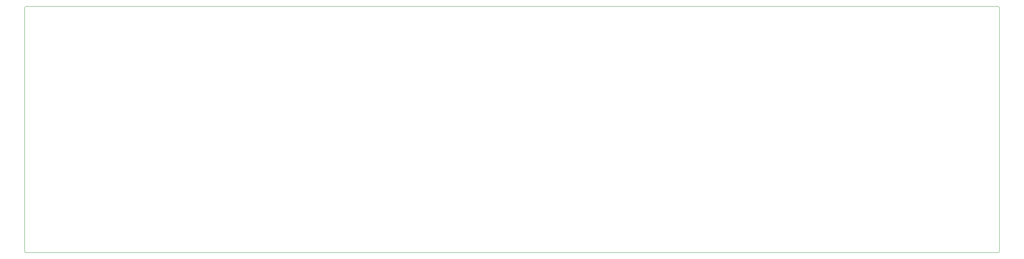
<source format=gm1>
G04 #@! TF.GenerationSoftware,KiCad,Pcbnew,(5.1.6)-1*
G04 #@! TF.CreationDate,2020-07-06T21:59:03-04:00*
G04 #@! TF.ProjectId,railroad-keyboard-bottom-plate,7261696c-726f-4616-942d-6b6579626f61,rev?*
G04 #@! TF.SameCoordinates,Original*
G04 #@! TF.FileFunction,Profile,NP*
%FSLAX46Y46*%
G04 Gerber Fmt 4.6, Leading zero omitted, Abs format (unit mm)*
G04 Created by KiCad (PCBNEW (5.1.6)-1) date 2020-07-06 21:59:03*
%MOMM*%
%LPD*%
G01*
G04 APERTURE LIST*
G04 #@! TA.AperFunction,Profile*
%ADD10C,0.200000*%
G04 #@! TD*
G04 APERTURE END LIST*
D10*
X453555100Y-113645950D02*
X453555100Y-229000050D01*
X-7613650Y-112852200D02*
X452761350Y-112852200D01*
X453555100Y-229000050D02*
G75*
G02*
X452761350Y-229793800I-793750J0D01*
G01*
X452761350Y-112852200D02*
G75*
G02*
X453555100Y-113645950I0J-793750D01*
G01*
X-7613650Y-229793800D02*
G75*
G02*
X-8407400Y-229000050I0J793750D01*
G01*
X-7613650Y-229793800D02*
X452761350Y-229793800D01*
X-8407400Y-113645950D02*
X-8407400Y-229000050D01*
X-8407400Y-113645950D02*
G75*
G02*
X-7613650Y-112852200I793750J0D01*
G01*
M02*

</source>
